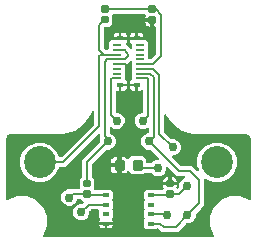
<source format=gtl>
G04 EAGLE Gerber X2 export*
G75*
%MOIN*%
%FSLAX24Y24*%
%LPD*%
%AMOC8*
5,1,8,0,0,1.08239X$1,22.5*%
G01*
%ADD10C,0.012500*%
%ADD11C,0.008750*%
%ADD12R,0.029528X0.009055*%
%ADD13R,0.023622X0.017323*%
%ADD14C,0.106299*%
%ADD15R,0.023622X0.011811*%
%ADD16C,0.008000*%
%ADD17C,0.029780*%

G36*
X7335Y451D02*
X7335Y451D01*
X7340Y452D01*
X7341Y452D01*
X7342Y452D01*
X7346Y454D01*
X7350Y456D01*
X7351Y457D01*
X7352Y457D01*
X7355Y460D01*
X7359Y463D01*
X7359Y464D01*
X7360Y464D01*
X7363Y468D01*
X7365Y472D01*
X7366Y473D01*
X7368Y478D01*
X7369Y482D01*
X7369Y483D01*
X7369Y484D01*
X7369Y489D01*
X7370Y493D01*
X7369Y494D01*
X7370Y495D01*
X7368Y502D01*
X7367Y505D01*
X7237Y818D01*
X7237Y1150D01*
X7364Y1457D01*
X7599Y1691D01*
X7905Y1818D01*
X8237Y1818D01*
X8550Y1688D01*
X8555Y1687D01*
X8559Y1686D01*
X8560Y1686D01*
X8561Y1686D01*
X8566Y1686D01*
X8570Y1686D01*
X8571Y1686D01*
X8572Y1686D01*
X8576Y1687D01*
X8581Y1689D01*
X8582Y1689D01*
X8586Y1692D01*
X8590Y1694D01*
X8591Y1695D01*
X8592Y1696D01*
X8595Y1699D01*
X8598Y1703D01*
X8599Y1704D01*
X8601Y1708D01*
X8603Y1713D01*
X8603Y1714D01*
X8604Y1721D01*
X8604Y1725D01*
X8604Y3740D01*
X8604Y3742D01*
X8604Y3743D01*
X8603Y3759D01*
X8602Y3764D01*
X8601Y3768D01*
X8591Y3798D01*
X8590Y3800D01*
X8589Y3802D01*
X8589Y3803D01*
X8589Y3804D01*
X8587Y3808D01*
X8586Y3808D01*
X8586Y3809D01*
X8567Y3834D01*
X8567Y3835D01*
X8566Y3836D01*
X8560Y3842D01*
X8559Y3843D01*
X8533Y3862D01*
X8531Y3863D01*
X8523Y3867D01*
X8522Y3867D01*
X8492Y3877D01*
X8487Y3878D01*
X8483Y3879D01*
X8468Y3880D01*
X8466Y3880D01*
X8465Y3880D01*
X6694Y3880D01*
X6321Y4001D01*
X6003Y4232D01*
X5787Y4530D01*
X5784Y4533D01*
X5781Y4536D01*
X5780Y4537D01*
X5779Y4538D01*
X5775Y4540D01*
X5772Y4542D01*
X5771Y4542D01*
X5770Y4543D01*
X5765Y4544D01*
X5761Y4545D01*
X5760Y4545D01*
X5759Y4546D01*
X5754Y4545D01*
X5750Y4545D01*
X5749Y4545D01*
X5748Y4545D01*
X5744Y4544D01*
X5739Y4543D01*
X5738Y4542D01*
X5737Y4541D01*
X5734Y4539D01*
X5730Y4537D01*
X5729Y4536D01*
X5728Y4535D01*
X5725Y4532D01*
X5723Y4528D01*
X5722Y4527D01*
X5721Y4526D01*
X5720Y4522D01*
X5718Y4518D01*
X5718Y4517D01*
X5717Y4516D01*
X5716Y4510D01*
X5716Y4507D01*
X5716Y3977D01*
X5716Y3973D01*
X5717Y3969D01*
X5717Y3967D01*
X5717Y3966D01*
X5719Y3962D01*
X5720Y3958D01*
X5721Y3957D01*
X5722Y3955D01*
X5725Y3952D01*
X5727Y3949D01*
X5950Y3726D01*
X5953Y3724D01*
X5956Y3721D01*
X5958Y3720D01*
X5959Y3719D01*
X5963Y3718D01*
X5966Y3716D01*
X5968Y3716D01*
X5969Y3715D01*
X5974Y3715D01*
X5978Y3715D01*
X6058Y3715D01*
X6157Y3673D01*
X6233Y3598D01*
X6274Y3499D01*
X6274Y3391D01*
X6233Y3292D01*
X6157Y3216D01*
X6058Y3175D01*
X6005Y3175D01*
X6004Y3175D01*
X6003Y3175D01*
X5998Y3174D01*
X5994Y3174D01*
X5993Y3173D01*
X5992Y3173D01*
X5988Y3171D01*
X5984Y3169D01*
X5983Y3168D01*
X5982Y3168D01*
X5979Y3165D01*
X5976Y3162D01*
X5975Y3161D01*
X5974Y3160D01*
X5972Y3156D01*
X5970Y3153D01*
X5969Y3151D01*
X5969Y3150D01*
X5968Y3146D01*
X5966Y3142D01*
X5966Y3141D01*
X5966Y3139D01*
X5966Y3135D01*
X5966Y3131D01*
X5967Y3130D01*
X5967Y3128D01*
X5968Y3124D01*
X5969Y3120D01*
X5970Y3119D01*
X5970Y3118D01*
X5972Y3115D01*
X5975Y3111D01*
X5976Y3110D01*
X5977Y3108D01*
X6256Y2830D01*
X6259Y2827D01*
X6262Y2825D01*
X6263Y2824D01*
X6265Y2823D01*
X6268Y2822D01*
X6272Y2820D01*
X6273Y2820D01*
X6275Y2819D01*
X6280Y2819D01*
X6284Y2818D01*
X6661Y2818D01*
X6810Y2669D01*
X6813Y2667D01*
X6815Y2665D01*
X6817Y2664D01*
X6819Y2663D01*
X6822Y2661D01*
X6825Y2660D01*
X6827Y2659D01*
X6829Y2659D01*
X6833Y2658D01*
X6836Y2658D01*
X6838Y2658D01*
X6840Y2658D01*
X6844Y2659D01*
X6847Y2659D01*
X6849Y2660D01*
X6851Y2660D01*
X6854Y2662D01*
X6857Y2663D01*
X6859Y2664D01*
X6861Y2665D01*
X6863Y2668D01*
X6866Y2670D01*
X6867Y2672D01*
X6869Y2673D01*
X6871Y2676D01*
X6873Y2679D01*
X6873Y2681D01*
X6874Y2683D01*
X6875Y2686D01*
X6876Y2689D01*
X6876Y2691D01*
X6877Y2694D01*
X6877Y2697D01*
X6877Y2700D01*
X6876Y2702D01*
X6876Y2705D01*
X6875Y2709D01*
X6874Y2712D01*
X6828Y2823D01*
X6828Y3082D01*
X6927Y3322D01*
X7111Y3506D01*
X7351Y3605D01*
X7610Y3605D01*
X7850Y3506D01*
X8033Y3322D01*
X8133Y3082D01*
X8133Y2823D01*
X8033Y2583D01*
X7850Y2400D01*
X7610Y2301D01*
X7351Y2301D01*
X7105Y2402D01*
X7100Y2403D01*
X7096Y2405D01*
X7095Y2405D01*
X7094Y2405D01*
X7089Y2405D01*
X7085Y2405D01*
X7084Y2405D01*
X7083Y2405D01*
X7078Y2403D01*
X7074Y2402D01*
X7073Y2402D01*
X7072Y2401D01*
X7069Y2399D01*
X7065Y2396D01*
X7064Y2395D01*
X7063Y2395D01*
X7060Y2391D01*
X7057Y2388D01*
X7057Y2387D01*
X7056Y2386D01*
X7054Y2382D01*
X7052Y2378D01*
X7052Y2377D01*
X7052Y2376D01*
X7051Y2369D01*
X7051Y2366D01*
X7051Y1508D01*
X6945Y1403D01*
X6777Y1235D01*
X6775Y1232D01*
X6772Y1229D01*
X6772Y1227D01*
X6771Y1226D01*
X6769Y1222D01*
X6768Y1219D01*
X6767Y1217D01*
X6767Y1216D01*
X6766Y1211D01*
X6766Y1207D01*
X6766Y1127D01*
X6725Y1028D01*
X6649Y953D01*
X6550Y911D01*
X6470Y911D01*
X6466Y911D01*
X6462Y911D01*
X6461Y910D01*
X6459Y910D01*
X6456Y908D01*
X6452Y907D01*
X6451Y906D01*
X6449Y905D01*
X6445Y902D01*
X6442Y900D01*
X6169Y627D01*
X5642Y627D01*
X5535Y733D01*
X5532Y736D01*
X5530Y738D01*
X5528Y739D01*
X5527Y740D01*
X5523Y741D01*
X5520Y743D01*
X5518Y743D01*
X5516Y744D01*
X5511Y744D01*
X5508Y745D01*
X5479Y745D01*
X5475Y744D01*
X5471Y744D01*
X5470Y743D01*
X5468Y743D01*
X5465Y742D01*
X5461Y740D01*
X5460Y739D01*
X5458Y739D01*
X5454Y735D01*
X5451Y733D01*
X5444Y726D01*
X5107Y726D01*
X5037Y796D01*
X5037Y1015D01*
X5057Y1035D01*
X5059Y1037D01*
X5061Y1039D01*
X5062Y1042D01*
X5064Y1044D01*
X5065Y1047D01*
X5066Y1049D01*
X5067Y1052D01*
X5068Y1054D01*
X5068Y1057D01*
X5069Y1060D01*
X5069Y1063D01*
X5069Y1066D01*
X5068Y1068D01*
X5068Y1071D01*
X5067Y1073D01*
X5067Y1076D01*
X5065Y1079D01*
X5064Y1081D01*
X5063Y1083D01*
X5061Y1086D01*
X5059Y1089D01*
X5057Y1091D01*
X5037Y1111D01*
X5037Y1330D01*
X5057Y1350D01*
X5059Y1352D01*
X5061Y1354D01*
X5062Y1357D01*
X5064Y1359D01*
X5065Y1361D01*
X5066Y1364D01*
X5067Y1367D01*
X5068Y1369D01*
X5068Y1372D01*
X5069Y1375D01*
X5069Y1378D01*
X5069Y1381D01*
X5068Y1383D01*
X5068Y1386D01*
X5067Y1388D01*
X5067Y1391D01*
X5065Y1394D01*
X5064Y1396D01*
X5063Y1398D01*
X5061Y1401D01*
X5059Y1403D01*
X5057Y1406D01*
X5037Y1426D01*
X5037Y1645D01*
X5057Y1665D01*
X5059Y1667D01*
X5061Y1669D01*
X5062Y1672D01*
X5064Y1674D01*
X5065Y1676D01*
X5066Y1679D01*
X5067Y1682D01*
X5068Y1684D01*
X5068Y1687D01*
X5069Y1689D01*
X5069Y1692D01*
X5069Y1695D01*
X5068Y1698D01*
X5068Y1701D01*
X5067Y1703D01*
X5067Y1706D01*
X5065Y1709D01*
X5064Y1711D01*
X5063Y1713D01*
X5061Y1716D01*
X5059Y1718D01*
X5057Y1721D01*
X5037Y1741D01*
X5037Y1959D01*
X5107Y2030D01*
X5444Y2030D01*
X5451Y2023D01*
X5454Y2020D01*
X5457Y2018D01*
X5459Y2017D01*
X5460Y2016D01*
X5464Y2015D01*
X5467Y2013D01*
X5469Y2013D01*
X5471Y2012D01*
X5475Y2012D01*
X5479Y2011D01*
X5624Y2011D01*
X5628Y2012D01*
X5632Y2012D01*
X5634Y2012D01*
X5635Y2013D01*
X5639Y2014D01*
X5642Y2016D01*
X5644Y2017D01*
X5645Y2017D01*
X5649Y2020D01*
X5652Y2023D01*
X5690Y2060D01*
X5691Y2063D01*
X5694Y2065D01*
X5695Y2067D01*
X5696Y2069D01*
X5697Y2072D01*
X5699Y2075D01*
X5699Y2077D01*
X5700Y2080D01*
X5701Y2083D01*
X5701Y2085D01*
X5701Y2088D01*
X5701Y2091D01*
X5701Y2094D01*
X5700Y2096D01*
X5699Y2099D01*
X5699Y2101D01*
X5697Y2105D01*
X5696Y2108D01*
X5691Y2116D01*
X5680Y2158D01*
X5680Y2180D01*
X5883Y2180D01*
X5886Y2181D01*
X5888Y2181D01*
X5891Y2181D01*
X5894Y2182D01*
X5896Y2183D01*
X5899Y2183D01*
X5901Y2185D01*
X5904Y2186D01*
X5905Y2187D01*
X5906Y2187D01*
X5909Y2186D01*
X5911Y2184D01*
X5914Y2183D01*
X5916Y2182D01*
X5919Y2182D01*
X5922Y2181D01*
X5925Y2181D01*
X5928Y2180D01*
X6131Y2180D01*
X6131Y2158D01*
X6122Y2122D01*
X6121Y2121D01*
X6121Y2120D01*
X6121Y2115D01*
X6120Y2111D01*
X6120Y2110D01*
X6120Y2109D01*
X6121Y2104D01*
X6122Y2100D01*
X6122Y2099D01*
X6123Y2098D01*
X6125Y2094D01*
X6127Y2090D01*
X6127Y2089D01*
X6128Y2088D01*
X6131Y2085D01*
X6134Y2082D01*
X6135Y2081D01*
X6136Y2080D01*
X6140Y2078D01*
X6144Y2076D01*
X6144Y2075D01*
X6145Y2075D01*
X6150Y2074D01*
X6154Y2073D01*
X6155Y2073D01*
X6156Y2073D01*
X6161Y2073D01*
X6165Y2073D01*
X6166Y2073D01*
X6167Y2073D01*
X6172Y2075D01*
X6176Y2076D01*
X6177Y2076D01*
X6178Y2077D01*
X6181Y2079D01*
X6185Y2082D01*
X6186Y2083D01*
X6187Y2084D01*
X6215Y2112D01*
X6216Y2113D01*
X6217Y2114D01*
X6217Y2115D01*
X6220Y2117D01*
X6221Y2119D01*
X6222Y2120D01*
X6223Y2124D01*
X6225Y2127D01*
X6225Y2129D01*
X6225Y2131D01*
X6226Y2136D01*
X6226Y2139D01*
X6226Y2219D01*
X6267Y2318D01*
X6343Y2394D01*
X6409Y2421D01*
X6412Y2423D01*
X6415Y2424D01*
X6417Y2426D01*
X6419Y2427D01*
X6421Y2429D01*
X6424Y2432D01*
X6425Y2433D01*
X6426Y2435D01*
X6428Y2438D01*
X6430Y2441D01*
X6430Y2443D01*
X6431Y2445D01*
X6432Y2448D01*
X6433Y2451D01*
X6433Y2454D01*
X6433Y2456D01*
X6433Y2459D01*
X6433Y2463D01*
X6432Y2465D01*
X6432Y2467D01*
X6431Y2470D01*
X6430Y2473D01*
X6429Y2475D01*
X6428Y2477D01*
X6426Y2480D01*
X6424Y2483D01*
X6423Y2484D01*
X6421Y2486D01*
X6419Y2488D01*
X6416Y2490D01*
X6414Y2491D01*
X6412Y2492D01*
X6409Y2493D01*
X6406Y2495D01*
X6404Y2495D01*
X6402Y2496D01*
X6398Y2496D01*
X6394Y2497D01*
X6134Y2497D01*
X5848Y2782D01*
X5847Y2783D01*
X5847Y2784D01*
X5843Y2787D01*
X5840Y2789D01*
X5838Y2790D01*
X5837Y2790D01*
X5833Y2792D01*
X5829Y2793D01*
X5828Y2793D01*
X5827Y2794D01*
X5822Y2794D01*
X5818Y2794D01*
X5817Y2794D01*
X5816Y2794D01*
X5811Y2792D01*
X5807Y2792D01*
X5806Y2791D01*
X5805Y2791D01*
X5801Y2788D01*
X5798Y2786D01*
X5797Y2785D01*
X5796Y2785D01*
X5793Y2782D01*
X5790Y2779D01*
X5789Y2778D01*
X5788Y2777D01*
X5786Y2773D01*
X5784Y2769D01*
X5784Y2768D01*
X5783Y2767D01*
X5783Y2763D01*
X5782Y2758D01*
X5782Y2756D01*
X5781Y2755D01*
X5781Y2702D01*
X5740Y2603D01*
X5665Y2527D01*
X5565Y2486D01*
X5458Y2486D01*
X5359Y2527D01*
X5303Y2584D01*
X5300Y2586D01*
X5297Y2589D01*
X5295Y2589D01*
X5294Y2590D01*
X5290Y2592D01*
X5287Y2593D01*
X5285Y2594D01*
X5283Y2594D01*
X5279Y2595D01*
X5275Y2595D01*
X5080Y2595D01*
X5076Y2595D01*
X5072Y2594D01*
X5071Y2594D01*
X5069Y2594D01*
X5065Y2592D01*
X5062Y2591D01*
X5060Y2590D01*
X5059Y2589D01*
X5055Y2586D01*
X5052Y2584D01*
X5027Y2559D01*
X4628Y2559D01*
X4539Y2648D01*
X4537Y2649D01*
X4536Y2650D01*
X4533Y2652D01*
X4530Y2654D01*
X4528Y2655D01*
X4526Y2656D01*
X4523Y2657D01*
X4520Y2658D01*
X4518Y2658D01*
X4516Y2659D01*
X4512Y2659D01*
X4509Y2659D01*
X4507Y2659D01*
X4505Y2659D01*
X4501Y2657D01*
X4498Y2657D01*
X4496Y2656D01*
X4494Y2655D01*
X4491Y2653D01*
X4488Y2652D01*
X4487Y2650D01*
X4485Y2649D01*
X4483Y2646D01*
X4480Y2644D01*
X4479Y2641D01*
X4477Y2639D01*
X4474Y2634D01*
X4448Y2607D01*
X4415Y2588D01*
X4378Y2579D01*
X4307Y2579D01*
X4307Y2814D01*
X4306Y2817D01*
X4306Y2819D01*
X4306Y2822D01*
X4305Y2825D01*
X4304Y2828D01*
X4303Y2830D01*
X4302Y2833D01*
X4301Y2835D01*
X4299Y2837D01*
X4298Y2840D01*
X4295Y2842D01*
X4293Y2844D01*
X4291Y2845D01*
X4289Y2847D01*
X4287Y2848D01*
X4284Y2850D01*
X4282Y2851D01*
X4279Y2852D01*
X4277Y2852D01*
X4274Y2853D01*
X4270Y2853D01*
X4268Y2854D01*
X4227Y2854D01*
X4227Y2855D01*
X4268Y2855D01*
X4270Y2855D01*
X4273Y2855D01*
X4276Y2856D01*
X4279Y2857D01*
X4281Y2858D01*
X4283Y2858D01*
X4286Y2860D01*
X4289Y2861D01*
X4291Y2863D01*
X4293Y2864D01*
X4295Y2866D01*
X4297Y2868D01*
X4298Y2871D01*
X4300Y2872D01*
X4301Y2875D01*
X4303Y2878D01*
X4304Y2880D01*
X4305Y2882D01*
X4305Y2885D01*
X4306Y2888D01*
X4306Y2892D01*
X4307Y2894D01*
X4307Y3130D01*
X4378Y3130D01*
X4415Y3120D01*
X4448Y3101D01*
X4474Y3074D01*
X4477Y3069D01*
X4479Y3067D01*
X4480Y3066D01*
X4482Y3063D01*
X4484Y3060D01*
X4486Y3059D01*
X4487Y3058D01*
X4490Y3056D01*
X4493Y3054D01*
X4495Y3053D01*
X4497Y3052D01*
X4500Y3051D01*
X4504Y3050D01*
X4506Y3050D01*
X4508Y3050D01*
X4511Y3050D01*
X4515Y3050D01*
X4517Y3050D01*
X4519Y3050D01*
X4522Y3051D01*
X4526Y3052D01*
X4527Y3053D01*
X4529Y3054D01*
X4532Y3056D01*
X4535Y3058D01*
X4537Y3060D01*
X4539Y3061D01*
X4628Y3150D01*
X5027Y3150D01*
X5123Y3054D01*
X5123Y2956D01*
X5124Y2953D01*
X5124Y2951D01*
X5124Y2948D01*
X5125Y2945D01*
X5126Y2943D01*
X5127Y2940D01*
X5128Y2938D01*
X5129Y2935D01*
X5131Y2933D01*
X5132Y2931D01*
X5135Y2929D01*
X5137Y2926D01*
X5139Y2925D01*
X5141Y2923D01*
X5143Y2922D01*
X5146Y2920D01*
X5148Y2920D01*
X5151Y2918D01*
X5153Y2918D01*
X5157Y2917D01*
X5160Y2917D01*
X5163Y2917D01*
X5275Y2917D01*
X5279Y2917D01*
X5283Y2917D01*
X5284Y2918D01*
X5286Y2918D01*
X5289Y2920D01*
X5293Y2921D01*
X5294Y2922D01*
X5296Y2923D01*
X5300Y2926D01*
X5303Y2928D01*
X5359Y2984D01*
X5458Y3026D01*
X5511Y3026D01*
X5512Y3026D01*
X5513Y3026D01*
X5517Y3027D01*
X5522Y3027D01*
X5523Y3028D01*
X5524Y3028D01*
X5528Y3030D01*
X5532Y3032D01*
X5533Y3033D01*
X5534Y3033D01*
X5537Y3036D01*
X5540Y3039D01*
X5541Y3040D01*
X5542Y3041D01*
X5544Y3045D01*
X5546Y3048D01*
X5547Y3049D01*
X5547Y3051D01*
X5548Y3055D01*
X5549Y3059D01*
X5549Y3060D01*
X5550Y3061D01*
X5549Y3066D01*
X5550Y3070D01*
X5549Y3071D01*
X5549Y3072D01*
X5548Y3076D01*
X5547Y3081D01*
X5546Y3082D01*
X5545Y3083D01*
X5543Y3086D01*
X5541Y3090D01*
X5539Y3091D01*
X5538Y3093D01*
X5270Y3361D01*
X5267Y3363D01*
X5264Y3365D01*
X5263Y3366D01*
X5261Y3367D01*
X5258Y3369D01*
X5254Y3370D01*
X5253Y3371D01*
X5251Y3371D01*
X5246Y3372D01*
X5243Y3372D01*
X5163Y3372D01*
X5064Y3413D01*
X4988Y3489D01*
X4947Y3588D01*
X4947Y3695D01*
X4988Y3794D01*
X5064Y3870D01*
X5163Y3911D01*
X5168Y3911D01*
X5170Y3912D01*
X5173Y3912D01*
X5176Y3913D01*
X5179Y3913D01*
X5181Y3914D01*
X5183Y3915D01*
X5186Y3916D01*
X5189Y3918D01*
X5191Y3919D01*
X5193Y3921D01*
X5195Y3923D01*
X5197Y3925D01*
X5199Y3927D01*
X5200Y3929D01*
X5202Y3932D01*
X5203Y3934D01*
X5204Y3936D01*
X5205Y3939D01*
X5205Y3942D01*
X5206Y3945D01*
X5206Y3948D01*
X5207Y3951D01*
X5207Y4058D01*
X5206Y4062D01*
X5206Y4067D01*
X5205Y4068D01*
X5205Y4069D01*
X5203Y4073D01*
X5202Y4077D01*
X5201Y4078D01*
X5201Y4079D01*
X5198Y4082D01*
X5195Y4086D01*
X5194Y4086D01*
X5194Y4087D01*
X5190Y4090D01*
X5186Y4092D01*
X5185Y4093D01*
X5184Y4093D01*
X5180Y4095D01*
X5175Y4096D01*
X5174Y4096D01*
X5169Y4096D01*
X5164Y4097D01*
X5163Y4097D01*
X5156Y4095D01*
X5153Y4094D01*
X5073Y4061D01*
X4966Y4061D01*
X4867Y4102D01*
X4791Y4178D01*
X4750Y4277D01*
X4750Y4384D01*
X4791Y4483D01*
X4867Y4559D01*
X4966Y4600D01*
X4980Y4600D01*
X4983Y4601D01*
X4985Y4601D01*
X4988Y4601D01*
X4991Y4602D01*
X4993Y4603D01*
X4996Y4604D01*
X4998Y4605D01*
X5001Y4606D01*
X5003Y4608D01*
X5005Y4610D01*
X5007Y4612D01*
X5010Y4614D01*
X5011Y4616D01*
X5013Y4618D01*
X5014Y4620D01*
X5016Y4623D01*
X5016Y4625D01*
X5018Y4628D01*
X5018Y4630D01*
X5019Y4634D01*
X5019Y4637D01*
X5019Y4640D01*
X5019Y5309D01*
X5019Y5311D01*
X5019Y5313D01*
X5018Y5316D01*
X5018Y5320D01*
X5017Y5322D01*
X5017Y5324D01*
X5015Y5327D01*
X5013Y5330D01*
X5012Y5332D01*
X5011Y5333D01*
X5009Y5336D01*
X5006Y5339D01*
X5005Y5340D01*
X5003Y5341D01*
X5000Y5343D01*
X4997Y5345D01*
X4995Y5345D01*
X4994Y5346D01*
X4990Y5347D01*
X4986Y5348D01*
X4984Y5348D01*
X4983Y5348D01*
X4979Y5348D01*
X4975Y5348D01*
X4973Y5348D01*
X4972Y5348D01*
X4968Y5346D01*
X4964Y5345D01*
X4962Y5344D01*
X4960Y5343D01*
X4935Y5336D01*
X4846Y5336D01*
X4846Y5520D01*
X4845Y5523D01*
X4845Y5525D01*
X4845Y5528D01*
X4844Y5531D01*
X4843Y5534D01*
X4842Y5536D01*
X4841Y5539D01*
X4840Y5541D01*
X4838Y5543D01*
X4837Y5546D01*
X4834Y5548D01*
X4832Y5550D01*
X4831Y5551D01*
X4830Y5552D01*
X4828Y5554D01*
X4826Y5556D01*
X4824Y5558D01*
X4822Y5560D01*
X4819Y5561D01*
X4816Y5562D01*
X4814Y5563D01*
X4812Y5564D01*
X4809Y5565D01*
X4806Y5566D01*
X4803Y5566D01*
X4800Y5566D01*
X4584Y5566D01*
X4584Y5623D01*
X4591Y5649D01*
X4604Y5672D01*
X4623Y5691D01*
X4633Y5697D01*
X4636Y5699D01*
X4639Y5701D01*
X4640Y5702D01*
X4642Y5704D01*
X4644Y5706D01*
X4646Y5709D01*
X4647Y5711D01*
X4648Y5713D01*
X4650Y5716D01*
X4651Y5719D01*
X4651Y5721D01*
X4652Y5723D01*
X4652Y5727D01*
X4653Y5731D01*
X4653Y6299D01*
X4653Y6301D01*
X4653Y6302D01*
X4653Y6303D01*
X4653Y6304D01*
X4652Y6307D01*
X4651Y6310D01*
X4651Y6311D01*
X4651Y6313D01*
X4650Y6314D01*
X4650Y6315D01*
X4649Y6316D01*
X4648Y6316D01*
X4647Y6320D01*
X4646Y6321D01*
X4645Y6322D01*
X4644Y6324D01*
X4643Y6324D01*
X4642Y6326D01*
X4640Y6329D01*
X4638Y6329D01*
X4638Y6330D01*
X4634Y6333D01*
X4630Y6335D01*
X4629Y6335D01*
X4628Y6336D01*
X4624Y6337D01*
X4620Y6338D01*
X4618Y6338D01*
X4617Y6338D01*
X4613Y6338D01*
X4609Y6338D01*
X4607Y6338D01*
X4606Y6338D01*
X4603Y6337D01*
X4602Y6337D01*
X4601Y6336D01*
X4598Y6335D01*
X4597Y6335D01*
X4596Y6334D01*
X4594Y6333D01*
X4592Y6332D01*
X4591Y6331D01*
X4588Y6329D01*
X4587Y6328D01*
X4586Y6327D01*
X4583Y6324D01*
X4476Y6217D01*
X4438Y6217D01*
X4437Y6217D01*
X4436Y6217D01*
X4431Y6216D01*
X4427Y6216D01*
X4426Y6215D01*
X4425Y6215D01*
X4421Y6213D01*
X4417Y6211D01*
X4416Y6210D01*
X4415Y6210D01*
X4412Y6207D01*
X4409Y6204D01*
X4408Y6203D01*
X4407Y6202D01*
X4405Y6198D01*
X4403Y6195D01*
X4402Y6193D01*
X4402Y6192D01*
X4401Y6188D01*
X4399Y6184D01*
X4399Y6183D01*
X4399Y6181D01*
X4399Y6177D01*
X4399Y6173D01*
X4400Y6172D01*
X4400Y6170D01*
X4401Y6166D01*
X4402Y6162D01*
X4402Y5731D01*
X4403Y5727D01*
X4403Y5724D01*
X4404Y5722D01*
X4404Y5720D01*
X4405Y5717D01*
X4406Y5713D01*
X4407Y5712D01*
X4408Y5710D01*
X4411Y5707D01*
X4413Y5704D01*
X4414Y5703D01*
X4416Y5701D01*
X4419Y5699D01*
X4422Y5697D01*
X4432Y5691D01*
X4451Y5672D01*
X4464Y5649D01*
X4471Y5624D01*
X4471Y5566D01*
X4255Y5566D01*
X4253Y5566D01*
X4250Y5566D01*
X4247Y5565D01*
X4244Y5565D01*
X4242Y5564D01*
X4240Y5563D01*
X4237Y5561D01*
X4234Y5560D01*
X4232Y5558D01*
X4230Y5557D01*
X4228Y5555D01*
X4226Y5553D01*
X4225Y5551D01*
X4223Y5550D01*
X4221Y5548D01*
X4219Y5546D01*
X4218Y5544D01*
X4216Y5542D01*
X4215Y5539D01*
X4213Y5537D01*
X4212Y5534D01*
X4211Y5532D01*
X4211Y5529D01*
X4210Y5526D01*
X4210Y5523D01*
X4209Y5520D01*
X4209Y5336D01*
X4137Y5336D01*
X4134Y5336D01*
X4132Y5336D01*
X4129Y5335D01*
X4126Y5335D01*
X4124Y5334D01*
X4121Y5333D01*
X4119Y5331D01*
X4116Y5330D01*
X4114Y5328D01*
X4112Y5327D01*
X4110Y5325D01*
X4108Y5323D01*
X4106Y5321D01*
X4104Y5319D01*
X4103Y5316D01*
X4101Y5314D01*
X4101Y5311D01*
X4100Y5309D01*
X4099Y5306D01*
X4098Y5303D01*
X4098Y5300D01*
X4098Y5297D01*
X4098Y4640D01*
X4098Y4637D01*
X4098Y4635D01*
X4099Y4632D01*
X4099Y4629D01*
X4100Y4626D01*
X4101Y4624D01*
X4103Y4621D01*
X4104Y4619D01*
X4106Y4617D01*
X4107Y4614D01*
X4109Y4612D01*
X4111Y4610D01*
X4113Y4609D01*
X4115Y4607D01*
X4118Y4606D01*
X4120Y4604D01*
X4123Y4603D01*
X4125Y4602D01*
X4128Y4602D01*
X4131Y4601D01*
X4134Y4601D01*
X4137Y4600D01*
X4187Y4600D01*
X4287Y4559D01*
X4362Y4483D01*
X4404Y4384D01*
X4404Y4277D01*
X4362Y4178D01*
X4287Y4102D01*
X4187Y4061D01*
X4080Y4061D01*
X3981Y4102D01*
X3968Y4115D01*
X3967Y4116D01*
X3966Y4117D01*
X3962Y4119D01*
X3959Y4122D01*
X3958Y4122D01*
X3957Y4123D01*
X3953Y4124D01*
X3949Y4126D01*
X3947Y4126D01*
X3946Y4126D01*
X3942Y4126D01*
X3938Y4127D01*
X3936Y4126D01*
X3935Y4126D01*
X3931Y4125D01*
X3927Y4124D01*
X3926Y4124D01*
X3924Y4124D01*
X3921Y4121D01*
X3917Y4119D01*
X3916Y4118D01*
X3915Y4118D01*
X3912Y4114D01*
X3909Y4111D01*
X3908Y4110D01*
X3908Y4109D01*
X3906Y4106D01*
X3904Y4102D01*
X3903Y4101D01*
X3903Y4099D01*
X3902Y4096D01*
X3901Y4091D01*
X3901Y4089D01*
X3901Y4088D01*
X3901Y3934D01*
X3901Y3933D01*
X3902Y3928D01*
X3902Y3923D01*
X3903Y3923D01*
X3903Y3922D01*
X3905Y3918D01*
X3907Y3913D01*
X3908Y3912D01*
X3911Y3908D01*
X3914Y3905D01*
X3915Y3904D01*
X3918Y3902D01*
X3924Y3898D01*
X3925Y3898D01*
X3991Y3870D01*
X4067Y3794D01*
X4108Y3695D01*
X4108Y3588D01*
X4067Y3489D01*
X3991Y3413D01*
X3892Y3372D01*
X3813Y3372D01*
X3809Y3372D01*
X3805Y3371D01*
X3803Y3371D01*
X3802Y3371D01*
X3798Y3369D01*
X3794Y3368D01*
X3793Y3367D01*
X3791Y3366D01*
X3788Y3363D01*
X3785Y3361D01*
X3322Y2898D01*
X3320Y2895D01*
X3317Y2892D01*
X3316Y2890D01*
X3315Y2889D01*
X3314Y2885D01*
X3312Y2882D01*
X3312Y2880D01*
X3311Y2878D01*
X3311Y2874D01*
X3310Y2870D01*
X3310Y2482D01*
X3311Y2478D01*
X3311Y2474D01*
X3312Y2472D01*
X3312Y2471D01*
X3314Y2467D01*
X3315Y2464D01*
X3316Y2462D01*
X3316Y2461D01*
X3320Y2457D01*
X3322Y2454D01*
X3395Y2380D01*
X3395Y2104D01*
X3387Y2095D01*
X3385Y2093D01*
X3383Y2091D01*
X3382Y2088D01*
X3380Y2086D01*
X3379Y2083D01*
X3378Y2081D01*
X3377Y2078D01*
X3376Y2075D01*
X3376Y2073D01*
X3375Y2070D01*
X3375Y2067D01*
X3375Y2064D01*
X3376Y2062D01*
X3376Y2059D01*
X3377Y2056D01*
X3377Y2054D01*
X3379Y2051D01*
X3379Y2049D01*
X3381Y2047D01*
X3383Y2044D01*
X3385Y2041D01*
X3387Y2039D01*
X3403Y2023D01*
X3406Y2020D01*
X3409Y2018D01*
X3411Y2017D01*
X3412Y2016D01*
X3416Y2015D01*
X3419Y2013D01*
X3421Y2013D01*
X3422Y2012D01*
X3427Y2012D01*
X3431Y2011D01*
X3576Y2011D01*
X3580Y2012D01*
X3584Y2012D01*
X3585Y2012D01*
X3587Y2013D01*
X3591Y2014D01*
X3594Y2016D01*
X3595Y2017D01*
X3597Y2017D01*
X3601Y2020D01*
X3604Y2023D01*
X3611Y2030D01*
X3948Y2030D01*
X4018Y1959D01*
X4018Y1741D01*
X3998Y1721D01*
X3996Y1719D01*
X3994Y1717D01*
X3993Y1714D01*
X3991Y1712D01*
X3990Y1709D01*
X3989Y1707D01*
X3988Y1704D01*
X3987Y1701D01*
X3987Y1699D01*
X3986Y1696D01*
X3987Y1693D01*
X3986Y1690D01*
X3987Y1688D01*
X3987Y1685D01*
X3988Y1682D01*
X3989Y1680D01*
X3990Y1677D01*
X3991Y1675D01*
X3992Y1673D01*
X3994Y1670D01*
X3996Y1667D01*
X3998Y1665D01*
X4018Y1645D01*
X4018Y1426D01*
X3998Y1406D01*
X3996Y1404D01*
X3994Y1402D01*
X3993Y1399D01*
X3991Y1397D01*
X3990Y1394D01*
X3989Y1392D01*
X3988Y1389D01*
X3987Y1386D01*
X3987Y1384D01*
X3986Y1381D01*
X3987Y1378D01*
X3986Y1375D01*
X3987Y1373D01*
X3987Y1370D01*
X3988Y1367D01*
X3989Y1365D01*
X3990Y1362D01*
X3991Y1360D01*
X3992Y1358D01*
X3994Y1355D01*
X3996Y1352D01*
X3998Y1350D01*
X4018Y1330D01*
X4018Y1111D01*
X3983Y1076D01*
X3981Y1074D01*
X3979Y1072D01*
X3978Y1069D01*
X3976Y1067D01*
X3975Y1064D01*
X3974Y1062D01*
X3973Y1059D01*
X3973Y1057D01*
X3972Y1054D01*
X3972Y1051D01*
X3972Y1048D01*
X3972Y1046D01*
X3972Y1043D01*
X3973Y1040D01*
X3973Y1038D01*
X3974Y1035D01*
X3976Y1032D01*
X3977Y1029D01*
X3992Y1003D01*
X3998Y978D01*
X3998Y945D01*
X3780Y945D01*
X3561Y945D01*
X3561Y978D01*
X3568Y1003D01*
X3582Y1029D01*
X3583Y1032D01*
X3585Y1034D01*
X3585Y1037D01*
X3586Y1039D01*
X3587Y1042D01*
X3587Y1045D01*
X3587Y1048D01*
X3587Y1050D01*
X3587Y1053D01*
X3587Y1056D01*
X3586Y1058D01*
X3585Y1061D01*
X3584Y1064D01*
X3583Y1066D01*
X3582Y1068D01*
X3580Y1071D01*
X3578Y1074D01*
X3576Y1076D01*
X3541Y1111D01*
X3541Y1335D01*
X3540Y1338D01*
X3540Y1341D01*
X3540Y1343D01*
X3539Y1346D01*
X3538Y1349D01*
X3537Y1351D01*
X3536Y1354D01*
X3535Y1357D01*
X3533Y1358D01*
X3532Y1361D01*
X3529Y1363D01*
X3527Y1365D01*
X3525Y1366D01*
X3523Y1368D01*
X3521Y1369D01*
X3518Y1371D01*
X3516Y1372D01*
X3513Y1373D01*
X3511Y1373D01*
X3507Y1374D01*
X3504Y1374D01*
X3501Y1375D01*
X3292Y1375D01*
X3288Y1374D01*
X3284Y1374D01*
X3282Y1373D01*
X3281Y1373D01*
X3277Y1372D01*
X3273Y1370D01*
X3272Y1369D01*
X3270Y1369D01*
X3267Y1365D01*
X3264Y1363D01*
X3234Y1333D01*
X3232Y1330D01*
X3229Y1327D01*
X3228Y1326D01*
X3227Y1324D01*
X3226Y1321D01*
X3224Y1317D01*
X3224Y1316D01*
X3223Y1314D01*
X3223Y1309D01*
X3222Y1306D01*
X3222Y1226D01*
X3181Y1127D01*
X3106Y1051D01*
X3006Y1010D01*
X2899Y1010D01*
X2800Y1051D01*
X2724Y1127D01*
X2683Y1226D01*
X2683Y1333D01*
X2724Y1432D01*
X2800Y1508D01*
X2899Y1549D01*
X2979Y1549D01*
X2983Y1550D01*
X2986Y1550D01*
X2988Y1550D01*
X2990Y1551D01*
X2993Y1552D01*
X2997Y1554D01*
X2998Y1555D01*
X3000Y1555D01*
X3004Y1559D01*
X3007Y1561D01*
X3025Y1579D01*
X3026Y1580D01*
X3027Y1581D01*
X3029Y1585D01*
X3032Y1588D01*
X3032Y1589D01*
X3033Y1590D01*
X3034Y1594D01*
X3036Y1598D01*
X3036Y1600D01*
X3036Y1601D01*
X3036Y1605D01*
X3036Y1609D01*
X3036Y1611D01*
X3036Y1612D01*
X3035Y1616D01*
X3034Y1620D01*
X3034Y1621D01*
X3033Y1623D01*
X3031Y1626D01*
X3029Y1630D01*
X3028Y1631D01*
X3027Y1632D01*
X3024Y1635D01*
X3021Y1638D01*
X3020Y1639D01*
X3019Y1640D01*
X3017Y1641D01*
X2938Y1720D01*
X2935Y1722D01*
X2932Y1725D01*
X2930Y1725D01*
X2929Y1726D01*
X2925Y1728D01*
X2922Y1729D01*
X2920Y1730D01*
X2918Y1730D01*
X2914Y1731D01*
X2910Y1731D01*
X2860Y1731D01*
X2855Y1730D01*
X2849Y1730D01*
X2849Y1729D01*
X2844Y1727D01*
X2839Y1725D01*
X2835Y1721D01*
X2831Y1718D01*
X2831Y1717D01*
X2830Y1717D01*
X2829Y1714D01*
X2825Y1709D01*
X2825Y1708D01*
X2824Y1707D01*
X2788Y1619D01*
X2712Y1543D01*
X2613Y1502D01*
X2505Y1502D01*
X2406Y1543D01*
X2330Y1619D01*
X2289Y1718D01*
X2289Y1825D01*
X2330Y1924D01*
X2406Y2000D01*
X2505Y2041D01*
X2585Y2041D01*
X2589Y2042D01*
X2593Y2042D01*
X2594Y2043D01*
X2596Y2043D01*
X2600Y2044D01*
X2603Y2046D01*
X2605Y2047D01*
X2606Y2047D01*
X2610Y2051D01*
X2613Y2053D01*
X2865Y2053D01*
X2867Y2053D01*
X2870Y2053D01*
X2873Y2054D01*
X2876Y2054D01*
X2878Y2055D01*
X2880Y2056D01*
X2883Y2058D01*
X2886Y2059D01*
X2888Y2060D01*
X2890Y2062D01*
X2892Y2064D01*
X2894Y2066D01*
X2896Y2068D01*
X2897Y2070D01*
X2899Y2073D01*
X2900Y2075D01*
X2901Y2078D01*
X2902Y2080D01*
X2902Y2083D01*
X2903Y2086D01*
X2903Y2089D01*
X2904Y2092D01*
X2904Y2380D01*
X2977Y2454D01*
X2980Y2457D01*
X2982Y2460D01*
X2983Y2461D01*
X2984Y2463D01*
X2985Y2466D01*
X2987Y2470D01*
X2987Y2471D01*
X2988Y2473D01*
X2988Y2478D01*
X2989Y2482D01*
X2989Y3019D01*
X3557Y3588D01*
X3560Y3591D01*
X3562Y3594D01*
X3563Y3595D01*
X3564Y3597D01*
X3565Y3600D01*
X3567Y3604D01*
X3567Y3605D01*
X3568Y3607D01*
X3568Y3612D01*
X3569Y3616D01*
X3569Y3695D01*
X3584Y3733D01*
X3585Y3733D01*
X3585Y3734D01*
X3586Y3738D01*
X3587Y3742D01*
X3587Y3743D01*
X3587Y3744D01*
X3587Y3749D01*
X3587Y3753D01*
X3587Y3754D01*
X3587Y3755D01*
X3585Y3760D01*
X3584Y3763D01*
X3584Y3764D01*
X3583Y3765D01*
X3583Y3766D01*
X3581Y3769D01*
X3580Y3770D01*
X3579Y3771D01*
X3579Y3857D01*
X3579Y3858D01*
X3579Y3860D01*
X3578Y3864D01*
X3578Y3868D01*
X3577Y3869D01*
X3577Y3871D01*
X3575Y3874D01*
X3573Y3878D01*
X3572Y3879D01*
X3572Y3880D01*
X3569Y3883D01*
X3566Y3887D01*
X3565Y3887D01*
X3564Y3888D01*
X3560Y3890D01*
X3557Y3893D01*
X3556Y3893D01*
X3554Y3894D01*
X3550Y3895D01*
X3546Y3896D01*
X3545Y3896D01*
X3544Y3896D01*
X3539Y3896D01*
X3535Y3896D01*
X3534Y3896D01*
X3533Y3896D01*
X3528Y3894D01*
X3524Y3893D01*
X3523Y3892D01*
X3522Y3892D01*
X3519Y3890D01*
X3515Y3887D01*
X3514Y3886D01*
X3512Y3885D01*
X2419Y2792D01*
X2240Y2792D01*
X2235Y2791D01*
X2229Y2790D01*
X2224Y2788D01*
X2219Y2786D01*
X2219Y2785D01*
X2215Y2782D01*
X2211Y2779D01*
X2211Y2778D01*
X2210Y2778D01*
X2209Y2775D01*
X2205Y2769D01*
X2205Y2768D01*
X2204Y2768D01*
X2128Y2583D01*
X1944Y2400D01*
X1705Y2301D01*
X1445Y2301D01*
X1205Y2400D01*
X1022Y2583D01*
X923Y2823D01*
X923Y3082D01*
X1022Y3322D01*
X1205Y3506D01*
X1445Y3605D01*
X1705Y3605D01*
X1944Y3506D01*
X2128Y3322D01*
X2204Y3138D01*
X2204Y3137D01*
X2207Y3133D01*
X2210Y3128D01*
X2214Y3124D01*
X2218Y3121D01*
X2218Y3120D01*
X2219Y3120D01*
X2223Y3118D01*
X2228Y3116D01*
X2229Y3115D01*
X2232Y3115D01*
X2239Y3114D01*
X2240Y3114D01*
X2270Y3114D01*
X2274Y3114D01*
X2278Y3114D01*
X2279Y3115D01*
X2281Y3115D01*
X2284Y3117D01*
X2288Y3118D01*
X2289Y3119D01*
X2291Y3120D01*
X2295Y3123D01*
X2298Y3125D01*
X3371Y4198D01*
X3373Y4201D01*
X3376Y4204D01*
X3377Y4206D01*
X3378Y4207D01*
X3379Y4211D01*
X3381Y4214D01*
X3381Y4216D01*
X3382Y4218D01*
X3382Y4222D01*
X3383Y4226D01*
X3383Y4610D01*
X3382Y4615D01*
X3381Y4620D01*
X3381Y4621D01*
X3379Y4625D01*
X3377Y4630D01*
X3376Y4631D01*
X3373Y4635D01*
X3370Y4638D01*
X3370Y4639D01*
X3369Y4639D01*
X3365Y4642D01*
X3361Y4645D01*
X3360Y4645D01*
X3355Y4647D01*
X3350Y4648D01*
X3349Y4649D01*
X3344Y4649D01*
X3339Y4649D01*
X3338Y4649D01*
X3333Y4647D01*
X3329Y4646D01*
X3328Y4646D01*
X3323Y4643D01*
X3319Y4641D01*
X3319Y4640D01*
X3318Y4640D01*
X3315Y4636D01*
X3311Y4633D01*
X3311Y4632D01*
X3307Y4624D01*
X3306Y4622D01*
X3282Y4549D01*
X3052Y4232D01*
X2734Y4001D01*
X2361Y3880D01*
X591Y3880D01*
X589Y3880D01*
X587Y3880D01*
X572Y3879D01*
X566Y3877D01*
X563Y3877D01*
X533Y3867D01*
X532Y3867D01*
X531Y3866D01*
X523Y3862D01*
X522Y3862D01*
X496Y3843D01*
X495Y3841D01*
X488Y3835D01*
X488Y3834D01*
X469Y3809D01*
X468Y3807D01*
X467Y3805D01*
X466Y3804D01*
X466Y3803D01*
X464Y3799D01*
X464Y3798D01*
X454Y3768D01*
X453Y3763D01*
X452Y3759D01*
X451Y3743D01*
X451Y3742D01*
X451Y3740D01*
X451Y1725D01*
X451Y1720D01*
X452Y1715D01*
X452Y1714D01*
X454Y1709D01*
X456Y1705D01*
X457Y1704D01*
X457Y1703D01*
X460Y1700D01*
X463Y1696D01*
X464Y1696D01*
X464Y1695D01*
X468Y1692D01*
X472Y1690D01*
X473Y1689D01*
X478Y1688D01*
X482Y1686D01*
X483Y1686D01*
X484Y1686D01*
X489Y1686D01*
X493Y1685D01*
X494Y1686D01*
X495Y1686D01*
X502Y1687D01*
X505Y1688D01*
X818Y1818D01*
X1150Y1818D01*
X1457Y1691D01*
X1691Y1457D01*
X1818Y1150D01*
X1818Y818D01*
X1688Y505D01*
X1687Y500D01*
X1686Y496D01*
X1686Y495D01*
X1686Y494D01*
X1686Y490D01*
X1686Y485D01*
X1686Y484D01*
X1686Y483D01*
X1687Y479D01*
X1689Y474D01*
X1689Y473D01*
X1692Y469D01*
X1694Y465D01*
X1695Y464D01*
X1696Y463D01*
X1699Y461D01*
X1703Y457D01*
X1704Y456D01*
X1708Y455D01*
X1713Y453D01*
X1714Y452D01*
X1721Y451D01*
X1725Y451D01*
X7331Y451D01*
X7335Y451D01*
G37*
G36*
X5256Y6382D02*
X5256Y6382D01*
X5259Y6382D01*
X5261Y6383D01*
X5263Y6383D01*
X5266Y6384D01*
X5270Y6386D01*
X5271Y6387D01*
X5273Y6387D01*
X5277Y6391D01*
X5280Y6393D01*
X5438Y6551D01*
X5440Y6554D01*
X5443Y6557D01*
X5444Y6559D01*
X5445Y6560D01*
X5446Y6564D01*
X5448Y6567D01*
X5448Y6569D01*
X5449Y6570D01*
X5449Y6575D01*
X5449Y6579D01*
X5449Y7436D01*
X5449Y7438D01*
X5449Y7440D01*
X5448Y7443D01*
X5448Y7447D01*
X5447Y7449D01*
X5447Y7451D01*
X5445Y7454D01*
X5443Y7457D01*
X5442Y7458D01*
X5441Y7460D01*
X5438Y7463D01*
X5436Y7465D01*
X5434Y7466D01*
X5433Y7468D01*
X5430Y7469D01*
X5427Y7471D01*
X5425Y7472D01*
X5423Y7473D01*
X5420Y7473D01*
X5416Y7474D01*
X5414Y7474D01*
X5412Y7475D01*
X5409Y7475D01*
X5405Y7475D01*
X5402Y7474D01*
X5400Y7474D01*
X5399Y7473D01*
X5377Y7473D01*
X5377Y7677D01*
X5376Y7679D01*
X5376Y7682D01*
X5376Y7685D01*
X5375Y7687D01*
X5374Y7690D01*
X5373Y7692D01*
X5372Y7695D01*
X5371Y7698D01*
X5369Y7700D01*
X5368Y7702D01*
X5365Y7704D01*
X5363Y7706D01*
X5361Y7707D01*
X5359Y7709D01*
X5357Y7710D01*
X5354Y7712D01*
X5352Y7713D01*
X5349Y7714D01*
X5347Y7714D01*
X5343Y7715D01*
X5340Y7715D01*
X5337Y7716D01*
X5332Y7716D01*
X5332Y7722D01*
X5331Y7724D01*
X5331Y7727D01*
X5331Y7730D01*
X5330Y7732D01*
X5329Y7735D01*
X5328Y7737D01*
X5327Y7740D01*
X5326Y7743D01*
X5324Y7745D01*
X5323Y7747D01*
X5320Y7749D01*
X5318Y7751D01*
X5316Y7752D01*
X5314Y7754D01*
X5312Y7755D01*
X5309Y7757D01*
X5307Y7758D01*
X5304Y7759D01*
X5302Y7759D01*
X5298Y7760D01*
X5295Y7760D01*
X5292Y7761D01*
X5089Y7761D01*
X5089Y7783D01*
X5100Y7825D01*
X5103Y7829D01*
X5104Y7831D01*
X5105Y7832D01*
X5106Y7836D01*
X5107Y7840D01*
X5107Y7841D01*
X5108Y7843D01*
X5108Y7847D01*
X5108Y7851D01*
X5108Y7852D01*
X5108Y7854D01*
X5107Y7858D01*
X5106Y7862D01*
X5106Y7863D01*
X5105Y7865D01*
X5103Y7868D01*
X5101Y7872D01*
X5100Y7873D01*
X5099Y7874D01*
X5096Y7877D01*
X5094Y7880D01*
X5092Y7880D01*
X5091Y7882D01*
X5088Y7883D01*
X5084Y7885D01*
X5083Y7886D01*
X5081Y7886D01*
X5078Y7887D01*
X5073Y7888D01*
X5071Y7888D01*
X5069Y7888D01*
X4027Y7888D01*
X4024Y7888D01*
X4022Y7888D01*
X4019Y7887D01*
X4016Y7887D01*
X4013Y7886D01*
X4011Y7885D01*
X4008Y7883D01*
X4006Y7882D01*
X4004Y7880D01*
X4001Y7879D01*
X3999Y7877D01*
X3997Y7875D01*
X3996Y7873D01*
X3994Y7871D01*
X3993Y7868D01*
X3991Y7866D01*
X3990Y7863D01*
X3989Y7861D01*
X3989Y7858D01*
X3988Y7855D01*
X3988Y7852D01*
X3987Y7849D01*
X3987Y7568D01*
X3880Y7460D01*
X3743Y7460D01*
X3741Y7460D01*
X3738Y7460D01*
X3735Y7459D01*
X3732Y7459D01*
X3730Y7458D01*
X3728Y7457D01*
X3725Y7455D01*
X3722Y7454D01*
X3720Y7452D01*
X3718Y7451D01*
X3716Y7449D01*
X3714Y7447D01*
X3712Y7445D01*
X3711Y7443D01*
X3709Y7440D01*
X3708Y7438D01*
X3707Y7435D01*
X3706Y7433D01*
X3705Y7430D01*
X3705Y7427D01*
X3704Y7424D01*
X3704Y7421D01*
X3704Y6776D01*
X3705Y6772D01*
X3705Y6768D01*
X3705Y6766D01*
X3706Y6765D01*
X3707Y6761D01*
X3708Y6758D01*
X3709Y6756D01*
X3710Y6755D01*
X3713Y6751D01*
X3716Y6748D01*
X3756Y6708D01*
X3759Y6705D01*
X3762Y6703D01*
X3763Y6702D01*
X3765Y6701D01*
X3768Y6700D01*
X3772Y6698D01*
X3773Y6698D01*
X3775Y6697D01*
X3780Y6697D01*
X3784Y6696D01*
X3826Y6696D01*
X3829Y6697D01*
X3831Y6697D01*
X3834Y6697D01*
X3837Y6698D01*
X3840Y6699D01*
X3842Y6699D01*
X3845Y6701D01*
X3847Y6702D01*
X3849Y6704D01*
X3851Y6705D01*
X3853Y6708D01*
X3856Y6710D01*
X3857Y6712D01*
X3859Y6714D01*
X3860Y6716D01*
X3862Y6719D01*
X3863Y6721D01*
X3864Y6724D01*
X3864Y6726D01*
X3865Y6729D01*
X3865Y6733D01*
X3865Y6735D01*
X3865Y6946D01*
X3936Y7016D01*
X3994Y7016D01*
X3996Y7017D01*
X3999Y7017D01*
X4002Y7018D01*
X4005Y7018D01*
X4007Y7019D01*
X4010Y7020D01*
X4012Y7021D01*
X4015Y7023D01*
X4017Y7024D01*
X4019Y7026D01*
X4021Y7028D01*
X4023Y7030D01*
X4025Y7032D01*
X4249Y7032D01*
X4251Y7033D01*
X4253Y7033D01*
X4255Y7032D01*
X4471Y7032D01*
X4471Y6975D01*
X4464Y6949D01*
X4451Y6926D01*
X4445Y6921D01*
X4444Y6920D01*
X4443Y6919D01*
X4441Y6915D01*
X4438Y6912D01*
X4438Y6911D01*
X4437Y6910D01*
X4436Y6905D01*
X4434Y6901D01*
X4434Y6900D01*
X4434Y6899D01*
X4434Y6895D01*
X4434Y6890D01*
X4434Y6889D01*
X4434Y6888D01*
X4435Y6884D01*
X4436Y6880D01*
X4437Y6878D01*
X4437Y6877D01*
X4439Y6874D01*
X4441Y6870D01*
X4442Y6869D01*
X4443Y6868D01*
X4446Y6865D01*
X4449Y6862D01*
X4450Y6861D01*
X4451Y6860D01*
X4455Y6858D01*
X4459Y6856D01*
X4460Y6856D01*
X4461Y6855D01*
X4465Y6855D01*
X4469Y6854D01*
X4471Y6854D01*
X4472Y6854D01*
X4474Y6852D01*
X4474Y6851D01*
X4479Y6848D01*
X4483Y6845D01*
X4484Y6845D01*
X4487Y6843D01*
X4493Y6841D01*
X4494Y6841D01*
X4495Y6841D01*
X4498Y6840D01*
X4526Y6800D01*
X4529Y6797D01*
X4531Y6795D01*
X4566Y6759D01*
X4566Y6757D01*
X4566Y6756D01*
X4567Y6751D01*
X4567Y6746D01*
X4568Y6745D01*
X4569Y6742D01*
X4572Y6736D01*
X4573Y6735D01*
X4573Y6734D01*
X4582Y6722D01*
X4585Y6719D01*
X4588Y6715D01*
X4589Y6715D01*
X4589Y6714D01*
X4593Y6712D01*
X4597Y6709D01*
X4598Y6709D01*
X4599Y6708D01*
X4603Y6707D01*
X4608Y6706D01*
X4609Y6706D01*
X4610Y6706D01*
X4614Y6706D01*
X4619Y6706D01*
X4620Y6706D01*
X4621Y6706D01*
X4625Y6708D01*
X4629Y6709D01*
X4630Y6709D01*
X4631Y6710D01*
X4635Y6712D01*
X4639Y6715D01*
X4640Y6716D01*
X4643Y6719D01*
X4646Y6723D01*
X4647Y6724D01*
X4647Y6725D01*
X4649Y6729D01*
X4651Y6733D01*
X4651Y6734D01*
X4652Y6735D01*
X4652Y6741D01*
X4653Y6745D01*
X4653Y6868D01*
X4652Y6871D01*
X4652Y6875D01*
X4652Y6877D01*
X4651Y6879D01*
X4650Y6882D01*
X4649Y6885D01*
X4648Y6887D01*
X4647Y6889D01*
X4645Y6891D01*
X4643Y6894D01*
X4641Y6896D01*
X4640Y6897D01*
X4636Y6900D01*
X4633Y6902D01*
X4623Y6908D01*
X4604Y6926D01*
X4591Y6949D01*
X4584Y6975D01*
X4584Y7032D01*
X4800Y7032D01*
X4802Y7033D01*
X4804Y7033D01*
X4806Y7032D01*
X5030Y7032D01*
X5031Y7030D01*
X5033Y7028D01*
X5035Y7026D01*
X5038Y7025D01*
X5039Y7023D01*
X5042Y7022D01*
X5045Y7020D01*
X5047Y7019D01*
X5049Y7018D01*
X5052Y7018D01*
X5055Y7017D01*
X5059Y7017D01*
X5061Y7016D01*
X5119Y7016D01*
X5190Y6946D01*
X5190Y6420D01*
X5190Y6418D01*
X5190Y6415D01*
X5191Y6412D01*
X5191Y6409D01*
X5192Y6407D01*
X5193Y6405D01*
X5195Y6402D01*
X5196Y6399D01*
X5197Y6397D01*
X5199Y6395D01*
X5201Y6393D01*
X5203Y6391D01*
X5205Y6390D01*
X5207Y6388D01*
X5210Y6387D01*
X5212Y6385D01*
X5215Y6384D01*
X5217Y6383D01*
X5220Y6383D01*
X5223Y6382D01*
X5226Y6382D01*
X5229Y6381D01*
X5252Y6381D01*
X5256Y6382D01*
G37*
%LPC*%
G36*
X3952Y2934D02*
X3952Y2934D01*
X3952Y3005D01*
X3962Y3041D01*
X3981Y3074D01*
X4008Y3101D01*
X4041Y3120D01*
X4077Y3130D01*
X4148Y3130D01*
X4148Y2934D01*
X3952Y2934D01*
G37*
%LPD*%
%LPC*%
G36*
X4077Y2579D02*
X4077Y2579D01*
X4041Y2588D01*
X4008Y2607D01*
X3981Y2634D01*
X3962Y2667D01*
X3952Y2704D01*
X3952Y2775D01*
X4148Y2775D01*
X4148Y2579D01*
X4077Y2579D01*
G37*
%LPD*%
%LPC*%
G36*
X4584Y7117D02*
X4584Y7117D01*
X4584Y7175D01*
X4591Y7200D01*
X4604Y7223D01*
X4623Y7242D01*
X4646Y7255D01*
X4672Y7262D01*
X4761Y7262D01*
X4761Y7117D01*
X4584Y7117D01*
G37*
%LPD*%
%LPC*%
G36*
X4033Y7117D02*
X4033Y7117D01*
X4033Y7175D01*
X4040Y7200D01*
X4053Y7223D01*
X4072Y7242D01*
X4095Y7255D01*
X4121Y7262D01*
X4209Y7262D01*
X4209Y7117D01*
X4033Y7117D01*
G37*
%LPD*%
%LPC*%
G36*
X4295Y7117D02*
X4295Y7117D01*
X4295Y7262D01*
X4383Y7262D01*
X4409Y7255D01*
X4432Y7242D01*
X4451Y7223D01*
X4464Y7200D01*
X4471Y7175D01*
X4471Y7117D01*
X4295Y7117D01*
G37*
%LPD*%
%LPC*%
G36*
X4846Y7117D02*
X4846Y7117D01*
X4846Y7262D01*
X4935Y7262D01*
X4960Y7255D01*
X4983Y7242D01*
X5002Y7223D01*
X5015Y7200D01*
X5022Y7175D01*
X5022Y7117D01*
X4846Y7117D01*
G37*
%LPD*%
%LPC*%
G36*
X4672Y5336D02*
X4672Y5336D01*
X4646Y5343D01*
X4623Y5356D01*
X4604Y5375D01*
X4591Y5398D01*
X4584Y5424D01*
X4584Y5481D01*
X4761Y5481D01*
X4761Y5336D01*
X4672Y5336D01*
G37*
%LPD*%
%LPC*%
G36*
X4295Y5336D02*
X4295Y5336D01*
X4295Y5481D01*
X4471Y5481D01*
X4471Y5424D01*
X4464Y5398D01*
X4451Y5375D01*
X4432Y5356D01*
X4409Y5343D01*
X4383Y5336D01*
X4295Y5336D01*
G37*
%LPD*%
%LPC*%
G36*
X5967Y2304D02*
X5967Y2304D01*
X5967Y2468D01*
X5990Y2468D01*
X6031Y2457D01*
X6068Y2435D01*
X6099Y2405D01*
X6120Y2367D01*
X6131Y2326D01*
X6131Y2304D01*
X5967Y2304D01*
G37*
%LPD*%
%LPC*%
G36*
X5680Y2304D02*
X5680Y2304D01*
X5680Y2326D01*
X5691Y2367D01*
X5712Y2405D01*
X5743Y2435D01*
X5780Y2457D01*
X5822Y2468D01*
X5844Y2468D01*
X5844Y2304D01*
X5680Y2304D01*
G37*
%LPD*%
%LPC*%
G36*
X5231Y7473D02*
X5231Y7473D01*
X5189Y7484D01*
X5152Y7506D01*
X5122Y7536D01*
X5100Y7574D01*
X5089Y7615D01*
X5089Y7637D01*
X5253Y7637D01*
X5253Y7473D01*
X5231Y7473D01*
G37*
%LPD*%
%LPC*%
G36*
X3819Y746D02*
X3819Y746D01*
X3819Y866D01*
X3998Y866D01*
X3998Y833D01*
X3992Y808D01*
X3978Y785D01*
X3960Y766D01*
X3937Y753D01*
X3911Y746D01*
X3819Y746D01*
G37*
%LPD*%
%LPC*%
G36*
X3648Y746D02*
X3648Y746D01*
X3623Y753D01*
X3600Y766D01*
X3581Y785D01*
X3568Y808D01*
X3561Y833D01*
X3561Y866D01*
X3740Y866D01*
X3740Y746D01*
X3648Y746D01*
G37*
%LPD*%
D10*
X5843Y2179D02*
X5843Y2305D01*
X5969Y2305D01*
X5969Y2179D01*
X5843Y2179D01*
X5843Y2303D02*
X5969Y2303D01*
X5843Y1955D02*
X5843Y1829D01*
X5843Y1955D02*
X5969Y1955D01*
X5969Y1829D01*
X5843Y1829D01*
X5843Y1953D02*
X5969Y1953D01*
D11*
X4359Y2723D02*
X4097Y2723D01*
X4097Y2985D01*
X4359Y2985D01*
X4359Y2723D01*
X4359Y2810D02*
X4097Y2810D01*
X4097Y2897D02*
X4359Y2897D01*
X4359Y2984D02*
X4097Y2984D01*
X4697Y2723D02*
X4959Y2723D01*
X4697Y2723D02*
X4697Y2985D01*
X4959Y2985D01*
X4959Y2723D01*
X4959Y2810D02*
X4697Y2810D01*
X4697Y2897D02*
X4959Y2897D01*
X4959Y2984D02*
X4697Y2984D01*
D10*
X3679Y7993D02*
X3679Y8119D01*
X3805Y8119D01*
X3805Y7993D01*
X3679Y7993D01*
X3679Y8117D02*
X3805Y8117D01*
X3679Y7769D02*
X3679Y7643D01*
X3679Y7769D02*
X3805Y7769D01*
X3805Y7643D01*
X3679Y7643D01*
X3679Y7767D02*
X3805Y7767D01*
X5252Y7986D02*
X5252Y8112D01*
X5378Y8112D01*
X5378Y7986D01*
X5252Y7986D01*
X5252Y8110D02*
X5378Y8110D01*
X5252Y7762D02*
X5252Y7636D01*
X5252Y7762D02*
X5378Y7762D01*
X5378Y7636D01*
X5252Y7636D01*
X5252Y7760D02*
X5378Y7760D01*
X3213Y1955D02*
X3213Y1829D01*
X3087Y1829D01*
X3087Y1955D01*
X3213Y1955D01*
X3213Y1953D02*
X3087Y1953D01*
X3213Y2179D02*
X3213Y2305D01*
X3213Y2179D02*
X3087Y2179D01*
X3087Y2305D01*
X3213Y2305D01*
X3213Y2303D02*
X3087Y2303D01*
D12*
X4134Y5748D03*
X4134Y5906D03*
X4134Y6063D03*
X4134Y6220D03*
X4134Y6378D03*
X4134Y6535D03*
X4134Y6693D03*
X4134Y6850D03*
X4921Y5748D03*
X4921Y5906D03*
X4921Y6063D03*
X4921Y6220D03*
X4921Y6378D03*
X4921Y6535D03*
X4921Y6693D03*
X4921Y6850D03*
D13*
X4803Y5524D03*
X4252Y5524D03*
X4252Y7075D03*
X4803Y7075D03*
D14*
X7480Y2953D03*
X1575Y2953D03*
D15*
X3780Y1535D03*
X3780Y1850D03*
X3780Y1220D03*
X3780Y906D03*
X5276Y1850D03*
X5276Y1535D03*
X5276Y1220D03*
X5276Y906D03*
D16*
X4803Y7075D02*
X4528Y7075D01*
X4252Y7075D01*
X4252Y5524D02*
X4528Y5524D01*
X4803Y5524D01*
X4528Y7075D02*
X4528Y7480D01*
D17*
X4528Y7677D03*
D16*
X4528Y7480D01*
X4409Y6220D02*
X4134Y6220D01*
X4409Y6220D02*
X4528Y6102D01*
X4528Y5524D01*
X4528Y4921D01*
D17*
X4528Y4921D03*
D16*
X3992Y906D02*
X3993Y905D01*
X3992Y906D02*
X3780Y906D01*
X4528Y3740D02*
X4528Y4921D01*
X4228Y3440D02*
X4228Y2854D01*
X4228Y3440D02*
X4528Y3740D01*
X4746Y7699D02*
X5315Y7699D01*
X4746Y7699D02*
X4528Y7480D01*
X4228Y2854D02*
X4228Y2165D01*
X4228Y1140D01*
X3993Y905D01*
X5884Y2264D02*
X5906Y2242D01*
X5884Y2264D02*
X5315Y2264D01*
X5217Y2362D01*
X4424Y2362D02*
X4228Y2165D01*
X4424Y2362D02*
X5217Y2362D01*
X4134Y6535D02*
X3701Y6535D01*
X3583Y6535D01*
X3543Y6496D01*
X3543Y4143D01*
X2353Y2953D02*
X1575Y2953D01*
X2353Y2953D02*
X3543Y4143D01*
X3543Y7508D02*
X3742Y7706D01*
X3543Y7508D02*
X3543Y6693D01*
X3701Y6535D01*
X4828Y2854D02*
X4926Y2756D01*
X5512Y2756D01*
D17*
X5512Y2756D03*
D16*
X4405Y6693D02*
X4134Y6693D01*
X4134Y6378D02*
X4409Y6378D01*
X4528Y6496D01*
X4528Y6520D02*
X4405Y6693D01*
X4528Y6520D02*
X4528Y6496D01*
X4134Y6378D02*
X3819Y6378D01*
X3740Y6299D01*
X3740Y3839D01*
X3839Y3740D01*
X3839Y3642D01*
D17*
X3839Y3642D03*
D16*
X5276Y1850D02*
X5864Y1850D01*
X5906Y1892D01*
X3839Y3642D02*
X3150Y2953D01*
X3150Y2242D01*
X5906Y1892D02*
X6223Y1892D01*
X6496Y2165D01*
D17*
X6496Y2165D03*
D16*
X5335Y6063D02*
X4921Y6063D01*
X5335Y6063D02*
X5555Y5843D01*
X5555Y3894D02*
X6004Y3445D01*
D17*
X6004Y3445D03*
D16*
X5555Y3894D02*
X5555Y5843D01*
X3150Y1892D02*
X2679Y1892D01*
X2559Y1772D01*
D17*
X2559Y1772D03*
D16*
X3191Y1850D02*
X3780Y1850D01*
X3191Y1850D02*
X3150Y1892D01*
X3976Y5748D02*
X4134Y5748D01*
X3976Y5748D02*
X3937Y5709D01*
X3937Y4528D01*
X4134Y4331D01*
D17*
X4134Y4331D03*
D16*
X5276Y1220D02*
X5768Y1220D01*
X5807Y1181D01*
D17*
X5807Y1181D03*
D16*
X5150Y5748D02*
X4921Y5748D01*
X5150Y5748D02*
X5180Y5718D01*
X5180Y4491D01*
X5020Y4331D01*
D17*
X5020Y4331D03*
D16*
X3780Y1535D02*
X3209Y1535D01*
X2953Y1280D01*
D17*
X2953Y1280D03*
D16*
X4921Y5906D02*
X5242Y5906D01*
X5368Y5780D01*
X5368Y3793D01*
X5217Y3642D01*
D17*
X5217Y3642D03*
D16*
X5276Y906D02*
X5591Y906D01*
X5709Y787D01*
X6102Y787D01*
X6496Y1181D01*
D17*
X6496Y1181D03*
D16*
X6890Y1575D01*
X6594Y2657D02*
X6201Y2657D01*
X5217Y3642D01*
X6890Y2362D02*
X6890Y1575D01*
X6890Y2362D02*
X6594Y2657D01*
X5315Y8049D02*
X3650Y8049D01*
X3742Y8056D01*
X5315Y8049D02*
X5435Y8049D01*
X5610Y7874D01*
X5610Y6496D01*
X5335Y6220D02*
X4921Y6220D01*
X5335Y6220D02*
X5610Y6496D01*
M02*

</source>
